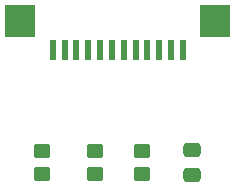
<source format=gbr>
%TF.GenerationSoftware,KiCad,Pcbnew,(5.99.0-11414-g76a6177eb7)*%
%TF.CreationDate,2021-11-21T23:19:33+08:00*%
%TF.ProjectId,trackpoint,74726163-6b70-46f6-996e-742e6b696361,rev?*%
%TF.SameCoordinates,Original*%
%TF.FileFunction,Paste,Top*%
%TF.FilePolarity,Positive*%
%FSLAX46Y46*%
G04 Gerber Fmt 4.6, Leading zero omitted, Abs format (unit mm)*
G04 Created by KiCad (PCBNEW (5.99.0-11414-g76a6177eb7)) date 2021-11-21 23:19:33*
%MOMM*%
%LPD*%
G01*
G04 APERTURE LIST*
G04 Aperture macros list*
%AMRoundRect*
0 Rectangle with rounded corners*
0 $1 Rounding radius*
0 $2 $3 $4 $5 $6 $7 $8 $9 X,Y pos of 4 corners*
0 Add a 4 corners polygon primitive as box body*
4,1,4,$2,$3,$4,$5,$6,$7,$8,$9,$2,$3,0*
0 Add four circle primitives for the rounded corners*
1,1,$1+$1,$2,$3*
1,1,$1+$1,$4,$5*
1,1,$1+$1,$6,$7*
1,1,$1+$1,$8,$9*
0 Add four rect primitives between the rounded corners*
20,1,$1+$1,$2,$3,$4,$5,0*
20,1,$1+$1,$4,$5,$6,$7,0*
20,1,$1+$1,$6,$7,$8,$9,0*
20,1,$1+$1,$8,$9,$2,$3,0*%
G04 Aperture macros list end*
%ADD10RoundRect,0.250000X-0.450000X0.350000X-0.450000X-0.350000X0.450000X-0.350000X0.450000X0.350000X0*%
%ADD11RoundRect,0.250000X0.450000X-0.350000X0.450000X0.350000X-0.450000X0.350000X-0.450000X-0.350000X0*%
%ADD12RoundRect,0.250000X0.475000X-0.337500X0.475000X0.337500X-0.475000X0.337500X-0.475000X-0.337500X0*%
%ADD13R,2.500000X2.800000*%
%ADD14R,0.600000X1.700000*%
G04 APERTURE END LIST*
D10*
%TO.C,R3*%
X114920000Y-84650000D03*
X114920000Y-86650000D03*
%TD*%
%TO.C,R2*%
X106430000Y-84650000D03*
X106430000Y-86650000D03*
%TD*%
D11*
%TO.C,R1*%
X110930000Y-86650000D03*
X110930000Y-84650000D03*
%TD*%
D12*
%TO.C,C1*%
X119130000Y-86657500D03*
X119130000Y-84582500D03*
%TD*%
D13*
%TO.C,J1*%
X121120000Y-73620000D03*
X104620000Y-73620000D03*
D14*
X118370000Y-76070000D03*
X117370000Y-76070000D03*
X116370000Y-76070000D03*
X115370000Y-76070000D03*
X114370000Y-76070000D03*
X113370000Y-76070000D03*
X112370000Y-76070000D03*
X111370000Y-76070000D03*
X110370000Y-76070000D03*
X109370000Y-76070000D03*
X108370000Y-76070000D03*
X107370000Y-76070000D03*
%TD*%
M02*

</source>
